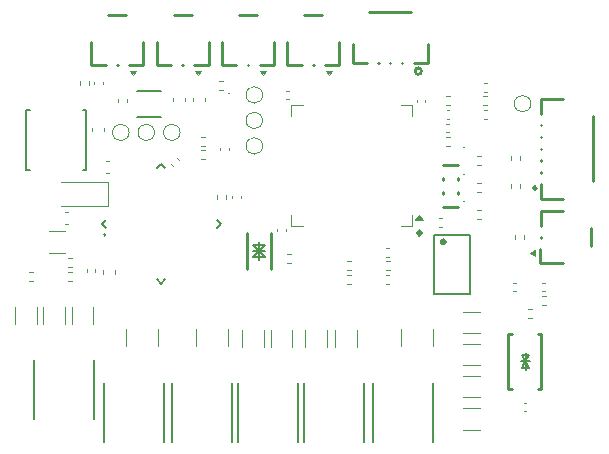
<source format=gbr>
%TF.GenerationSoftware,KiCad,Pcbnew,9.0.1*%
%TF.CreationDate,2025-04-08T03:51:10+08:00*%
%TF.ProjectId,CawDrive,43617744-7269-4766-952e-6b696361645f,rev?*%
%TF.SameCoordinates,Original*%
%TF.FileFunction,Legend,Top*%
%TF.FilePolarity,Positive*%
%FSLAX46Y46*%
G04 Gerber Fmt 4.6, Leading zero omitted, Abs format (unit mm)*
G04 Created by KiCad (PCBNEW 9.0.1) date 2025-04-08 03:51:10*
%MOMM*%
%LPD*%
G01*
G04 APERTURE LIST*
%ADD10C,0.120000*%
%ADD11C,0.100000*%
%ADD12C,0.254000*%
%ADD13C,0.127000*%
%ADD14C,0.150000*%
%ADD15C,0.152000*%
%ADD16C,0.300000*%
G04 APERTURE END LIST*
D10*
%TO.C,R17*%
X137415000Y-84241621D02*
X137415000Y-83906379D01*
X138175000Y-84241621D02*
X138175000Y-83906379D01*
%TO.C,C16*%
X126871000Y-78212733D02*
X126871000Y-78505267D01*
X127891000Y-78212733D02*
X127891000Y-78505267D01*
%TO.C,C13*%
X152007835Y-90699000D02*
X151776165Y-90699000D01*
X152007835Y-91419000D02*
X151776165Y-91419000D01*
D11*
%TO.C,D4*%
X138480000Y-75316000D02*
G75*
G02*
X138380000Y-75316000I-50000J0D01*
G01*
X138380000Y-75316000D02*
G75*
G02*
X138480000Y-75316000I50000J0D01*
G01*
D10*
%TO.C,TP4*%
X134304000Y-78613000D02*
G75*
G02*
X132904000Y-78613000I-700000J0D01*
G01*
X132904000Y-78613000D02*
G75*
G02*
X134304000Y-78613000I700000J0D01*
G01*
%TO.C,R1*%
X125858000Y-74589621D02*
X125858000Y-74254379D01*
X126618000Y-74589621D02*
X126618000Y-74254379D01*
%TO.C,C38*%
X158288748Y-101960000D02*
X159711252Y-101960000D01*
X158288748Y-103780000D02*
X159711252Y-103780000D01*
D12*
%TO.C,U6*%
X126800000Y-72898000D02*
X126800000Y-70979000D01*
X127019000Y-72898000D02*
X126981000Y-72898000D01*
X128019000Y-72898000D02*
X126800000Y-72898000D01*
X128019000Y-72898000D02*
X127981000Y-72898000D01*
X128231000Y-68647000D02*
X129769000Y-68647000D01*
X129019000Y-72898000D02*
X128981000Y-72898000D01*
X129980000Y-72947000D02*
X131200000Y-72947000D01*
X131200000Y-72947000D02*
X131200000Y-70978000D01*
D10*
X130310000Y-73787000D02*
X130056000Y-73406000D01*
X130564000Y-73406000D01*
X130310000Y-73787000D01*
G36*
X130310000Y-73787000D02*
G01*
X130056000Y-73406000D01*
X130564000Y-73406000D01*
X130310000Y-73787000D01*
G37*
%TO.C,R2*%
X162307000Y-80939621D02*
X162307000Y-80604379D01*
X163067000Y-80939621D02*
X163067000Y-80604379D01*
D13*
%TO.C,Q7*%
X121910000Y-102874000D02*
X121910000Y-97874000D01*
X127010000Y-102874000D02*
X127010000Y-97874000D01*
D10*
%TO.C,R26*%
X162688000Y-87670621D02*
X162688000Y-87335379D01*
X163448000Y-87670621D02*
X163448000Y-87335379D01*
%TO.C,C9*%
X160262835Y-74443000D02*
X160031165Y-74443000D01*
X160262835Y-75163000D02*
X160031165Y-75163000D01*
%TO.C,R9*%
X159471379Y-80646000D02*
X159806621Y-80646000D01*
X159471379Y-81406000D02*
X159806621Y-81406000D01*
%TO.C,R18*%
X129709000Y-96735737D02*
X129709000Y-95288263D01*
X132419000Y-96735737D02*
X132419000Y-95288263D01*
D13*
%TO.C,U2*%
X132690000Y-75070000D02*
X130690000Y-75070000D01*
X132690000Y-77330000D02*
X130690000Y-77330000D01*
D10*
%TO.C,R8*%
X164124621Y-93600000D02*
X163789379Y-93600000D01*
X164124621Y-94360000D02*
X163789379Y-94360000D01*
D12*
%TO.C,U5*%
X164800000Y-88480000D02*
X164800000Y-89700000D01*
X164800000Y-89700000D02*
X166769000Y-89700000D01*
X164849000Y-85300000D02*
X166768000Y-85300000D01*
X164849000Y-85519000D02*
X164849000Y-85481000D01*
X164849000Y-86519000D02*
X164849000Y-85300000D01*
X164849000Y-86519000D02*
X164849000Y-86481000D01*
X164849000Y-87519000D02*
X164849000Y-87481000D01*
X169100000Y-86731000D02*
X169100000Y-88269000D01*
D10*
X164341000Y-89064000D02*
X163960000Y-88810000D01*
X164341000Y-88556000D01*
X164341000Y-89064000D01*
G36*
X164341000Y-89064000D02*
G01*
X163960000Y-88810000D01*
X164341000Y-88556000D01*
X164341000Y-89064000D01*
G37*
%TO.C,C2*%
X156221165Y-85873000D02*
X156452835Y-85873000D01*
X156221165Y-86593000D02*
X156452835Y-86593000D01*
%TO.C,L1*%
X157072200Y-76729000D02*
X156871800Y-76729000D01*
X157072200Y-77449000D02*
X156871800Y-77449000D01*
%TO.C,TP2*%
X141289000Y-77597000D02*
G75*
G02*
X139889000Y-77597000I-700000J0D01*
G01*
X139889000Y-77597000D02*
G75*
G02*
X141289000Y-77597000I700000J0D01*
G01*
%TO.C,C22*%
X120349600Y-94818252D02*
X120349600Y-93395748D01*
X122169600Y-94818252D02*
X122169600Y-93395748D01*
%TO.C,C7*%
X129053000Y-76023335D02*
X129053000Y-75791665D01*
X129773000Y-76023335D02*
X129773000Y-75791665D01*
D13*
%TO.C,Q12*%
X150612000Y-99862000D02*
X150612000Y-104862000D01*
X155712000Y-99862000D02*
X155712000Y-104862000D01*
%TO.C,Q9*%
X139200000Y-104862000D02*
X139200000Y-99862000D01*
X144300000Y-104862000D02*
X144300000Y-99862000D01*
D10*
%TO.C,C23*%
X139552000Y-96741252D02*
X139552000Y-95318748D01*
X141372000Y-96741252D02*
X141372000Y-95318748D01*
%TO.C,C10*%
X163615835Y-101494000D02*
X163384165Y-101494000D01*
X163615835Y-102214000D02*
X163384165Y-102214000D01*
%TO.C,C19*%
X164984165Y-91334000D02*
X165215835Y-91334000D01*
X164984165Y-92054000D02*
X165215835Y-92054000D01*
D12*
%TO.C,U11*%
X132328750Y-72898000D02*
X132328750Y-70979000D01*
X132547750Y-72898000D02*
X132509750Y-72898000D01*
X133547750Y-72898000D02*
X132328750Y-72898000D01*
X133547750Y-72898000D02*
X133509750Y-72898000D01*
X133759750Y-68647000D02*
X135297750Y-68647000D01*
X134547750Y-72898000D02*
X134509750Y-72898000D01*
X135508750Y-72947000D02*
X136728750Y-72947000D01*
X136728750Y-72947000D02*
X136728750Y-70978000D01*
D10*
X135838750Y-73787000D02*
X135584750Y-73406000D01*
X136092750Y-73406000D01*
X135838750Y-73787000D01*
G36*
X135838750Y-73787000D02*
G01*
X135584750Y-73406000D01*
X136092750Y-73406000D01*
X135838750Y-73787000D01*
G37*
%TO.C,TP5*%
X132145000Y-78613000D02*
G75*
G02*
X130745000Y-78613000I-700000J0D01*
G01*
X130745000Y-78613000D02*
G75*
G02*
X132145000Y-78613000I700000J0D01*
G01*
%TO.C,C20*%
X125124800Y-94818252D02*
X125124800Y-93395748D01*
X126944800Y-94818252D02*
X126944800Y-93395748D01*
%TO.C,D3*%
X128217000Y-82820000D02*
X124207000Y-82820000D01*
X128217000Y-84820000D02*
X124207000Y-84820000D01*
X128217000Y-84820000D02*
X128217000Y-82820000D01*
D12*
%TO.C,CN3*%
X148915000Y-72724000D02*
X148915000Y-71155000D01*
X150109000Y-72724000D02*
X148915000Y-72724000D01*
X151071000Y-72724000D02*
X151109000Y-72724000D01*
X152071000Y-72724000D02*
X152109000Y-72724000D01*
X153071000Y-72724000D02*
X153109000Y-72724000D01*
X153859000Y-68424000D02*
X150321000Y-68424000D01*
X154071000Y-72724000D02*
X155265000Y-72724000D01*
X155265000Y-72724000D02*
X155265000Y-71155000D01*
X154747000Y-73424000D02*
G75*
G02*
X154203000Y-73424000I-272000J0D01*
G01*
X154203000Y-73424000D02*
G75*
G02*
X154747000Y-73424000I272000J0D01*
G01*
D10*
%TO.C,R23*%
X152059621Y-89536000D02*
X151724379Y-89536000D01*
X152059621Y-90296000D02*
X151724379Y-90296000D01*
%TO.C,C25*%
X144886000Y-96741252D02*
X144886000Y-95318748D01*
X146706000Y-96741252D02*
X146706000Y-95318748D01*
%TO.C,R20*%
X136438621Y-78995000D02*
X136103379Y-78995000D01*
X136438621Y-79755000D02*
X136103379Y-79755000D01*
%TO.C,R5*%
X148757621Y-89536000D02*
X148422379Y-89536000D01*
X148757621Y-90296000D02*
X148422379Y-90296000D01*
%TO.C,C11*%
X156856165Y-77872000D02*
X157087835Y-77872000D01*
X156856165Y-78592000D02*
X157087835Y-78592000D01*
D12*
%TO.C,D5*%
X139970000Y-90146000D02*
X139970000Y-87146000D01*
D14*
X140462000Y-88646000D02*
X141478000Y-88646000D01*
X140462000Y-89154000D02*
X141478000Y-89154000D01*
X140970000Y-88646000D02*
X140462000Y-88138000D01*
X140970000Y-88646000D02*
X140462000Y-89154000D01*
X140970000Y-88646000D02*
X141478000Y-88138000D01*
X140970000Y-88646000D02*
X141478000Y-89154000D01*
X140970000Y-89408000D02*
X140970000Y-87884000D01*
X141224000Y-88646000D02*
X140716000Y-88646000D01*
X141478000Y-88138000D02*
X140462000Y-88138000D01*
D12*
X141970000Y-90146000D02*
X141970000Y-87146000D01*
D10*
%TO.C,C17*%
X162725835Y-91330000D02*
X162494165Y-91330000D01*
X162725835Y-92050000D02*
X162494165Y-92050000D01*
%TO.C,TP1*%
X141289000Y-75438000D02*
G75*
G02*
X139889000Y-75438000I-700000J0D01*
G01*
X139889000Y-75438000D02*
G75*
G02*
X141289000Y-75438000I700000J0D01*
G01*
%TO.C,C30*%
X124595252Y-86974000D02*
X123172748Y-86974000D01*
X124595252Y-88794000D02*
X123172748Y-88794000D01*
D12*
%TO.C,TV1*%
X162100000Y-95700000D02*
X162368900Y-95700000D01*
X162100000Y-100300000D02*
X162100000Y-95700000D01*
X162100000Y-100300000D02*
X162368900Y-100300000D01*
D13*
X163250000Y-97430000D02*
X163549000Y-98002000D01*
X163250000Y-97430000D02*
X163850000Y-97430000D01*
X163260000Y-98590000D02*
X163549000Y-98002000D01*
X163260000Y-98590000D02*
X163860000Y-98590000D01*
X163549000Y-98002000D02*
X163168000Y-98002000D01*
X163549000Y-98002000D02*
X163930000Y-98002000D01*
X163560000Y-98760000D02*
X163560000Y-97270000D01*
X163850000Y-97460000D02*
X163549000Y-98002000D01*
X163860000Y-98530000D02*
X163549000Y-98002000D01*
D12*
X164631100Y-95700000D02*
X164900000Y-95700000D01*
X164631100Y-100300000D02*
X164900000Y-100300000D01*
X164900000Y-100300000D02*
X164900000Y-95700000D01*
D10*
%TO.C,R24*%
X156804379Y-78995000D02*
X157139621Y-78995000D01*
X156804379Y-79755000D02*
X157139621Y-79755000D01*
%TO.C,R7*%
X137962621Y-74296000D02*
X137627379Y-74296000D01*
X137962621Y-75056000D02*
X137627379Y-75056000D01*
D12*
%TO.C,X1*%
X156550000Y-82669000D02*
X156550000Y-82432000D01*
X156550000Y-83868000D02*
X156550000Y-83631000D01*
X156565000Y-84903000D02*
X157865000Y-84903000D01*
X157835000Y-81397000D02*
X156535000Y-81397000D01*
X157850000Y-82669000D02*
X157850000Y-82432000D01*
X157850000Y-83868000D02*
X157850000Y-83631000D01*
D10*
%TO.C,C36*%
X158288748Y-96513333D02*
X159711252Y-96513333D01*
X158288748Y-98333333D02*
X159711252Y-98333333D01*
%TO.C,R10*%
X160314621Y-75566000D02*
X159979379Y-75566000D01*
X160314621Y-76326000D02*
X159979379Y-76326000D01*
%TO.C,C33*%
X124860267Y-85342000D02*
X124567733Y-85342000D01*
X124860267Y-86362000D02*
X124567733Y-86362000D01*
%TO.C,C31*%
X133521534Y-81325651D02*
X133685349Y-81489466D01*
X134030651Y-80816534D02*
X134194466Y-80980349D01*
%TO.C,R4*%
X121498379Y-90425000D02*
X121833621Y-90425000D01*
X121498379Y-91185000D02*
X121833621Y-91185000D01*
%TO.C,R12*%
X165267621Y-92457000D02*
X164932379Y-92457000D01*
X165267621Y-93217000D02*
X164932379Y-93217000D01*
%TO.C,TP7*%
X164010000Y-76180000D02*
G75*
G02*
X162610000Y-76180000I-700000J0D01*
G01*
X162610000Y-76180000D02*
G75*
G02*
X164010000Y-76180000I700000J0D01*
G01*
%TO.C,C35*%
X135380000Y-75965267D02*
X135380000Y-75672733D01*
X136400000Y-75965267D02*
X136400000Y-75672733D01*
%TO.C,C14*%
X160031165Y-76729000D02*
X160262835Y-76729000D01*
X160031165Y-77449000D02*
X160262835Y-77449000D01*
D11*
%TO.C,D6*%
X158424000Y-84455000D02*
G75*
G02*
X158324000Y-84455000I-50000J0D01*
G01*
X158324000Y-84455000D02*
G75*
G02*
X158424000Y-84455000I50000J0D01*
G01*
D10*
%TO.C,C15*%
X128289267Y-81024000D02*
X127996733Y-81024000D01*
X128289267Y-82044000D02*
X127996733Y-82044000D01*
%TO.C,C26*%
X147426000Y-96741252D02*
X147426000Y-95318748D01*
X149246000Y-96741252D02*
X149246000Y-95318748D01*
%TO.C,R16*%
X143342379Y-88901000D02*
X143677621Y-88901000D01*
X143342379Y-89661000D02*
X143677621Y-89661000D01*
D13*
%TO.C,Q8*%
X127879000Y-99818000D02*
X127879000Y-104818000D01*
X132979000Y-99818000D02*
X132979000Y-104818000D01*
D12*
%TO.C,U12*%
X137857500Y-72898000D02*
X137857500Y-70979000D01*
X138076500Y-72898000D02*
X138038500Y-72898000D01*
X139076500Y-72898000D02*
X137857500Y-72898000D01*
X139076500Y-72898000D02*
X139038500Y-72898000D01*
X139288500Y-68647000D02*
X140826500Y-68647000D01*
X140076500Y-72898000D02*
X140038500Y-72898000D01*
X141037500Y-72947000D02*
X142257500Y-72947000D01*
X142257500Y-72947000D02*
X142257500Y-70978000D01*
D10*
X141367500Y-73787000D02*
X141113500Y-73406000D01*
X141621500Y-73406000D01*
X141367500Y-73787000D01*
G36*
X141367500Y-73787000D02*
G01*
X141113500Y-73406000D01*
X141621500Y-73406000D01*
X141367500Y-73787000D01*
G37*
%TO.C,TP6*%
X129986000Y-78613000D02*
G75*
G02*
X128586000Y-78613000I-700000J0D01*
G01*
X128586000Y-78613000D02*
G75*
G02*
X129986000Y-78613000I700000J0D01*
G01*
%TO.C,R3*%
X162307000Y-83352621D02*
X162307000Y-83017379D01*
X163067000Y-83352621D02*
X163067000Y-83017379D01*
%TO.C,C6*%
X152007835Y-88413000D02*
X151776165Y-88413000D01*
X152007835Y-89133000D02*
X151776165Y-89133000D01*
%TO.C,R22*%
X152977000Y-96723737D02*
X152977000Y-95276263D01*
X155687000Y-96723737D02*
X155687000Y-95276263D01*
%TO.C,C37*%
X158288748Y-99236667D02*
X159711252Y-99236667D01*
X158288748Y-101056667D02*
X159711252Y-101056667D01*
%TO.C,R19*%
X135645000Y-96723737D02*
X135645000Y-95276263D01*
X138355000Y-96723737D02*
X138355000Y-95276263D01*
%TO.C,C34*%
X133729000Y-75965267D02*
X133729000Y-75672733D01*
X134749000Y-75965267D02*
X134749000Y-75672733D01*
D13*
%TO.C,Q10*%
X133594000Y-99818000D02*
X133594000Y-104818000D01*
X138694000Y-99818000D02*
X138694000Y-104818000D01*
D10*
%TO.C,C29*%
X158288748Y-93790000D02*
X159711252Y-93790000D01*
X158288748Y-95610000D02*
X159711252Y-95610000D01*
D11*
%TO.C,D1*%
X158424000Y-79883000D02*
G75*
G02*
X158324000Y-79883000I-50000J0D01*
G01*
X158324000Y-79883000D02*
G75*
G02*
X158424000Y-79883000I50000J0D01*
G01*
%TO.C,D2*%
X158424000Y-82169000D02*
G75*
G02*
X158324000Y-82169000I-50000J0D01*
G01*
X158324000Y-82169000D02*
G75*
G02*
X158424000Y-82169000I50000J0D01*
G01*
D10*
%TO.C,TP3*%
X141289000Y-79756000D02*
G75*
G02*
X139889000Y-79756000I-700000J0D01*
G01*
X139889000Y-79756000D02*
G75*
G02*
X141289000Y-79756000I700000J0D01*
G01*
%TO.C,R14*%
X125135621Y-90425000D02*
X124800379Y-90425000D01*
X125135621Y-91185000D02*
X124800379Y-91185000D01*
%TO.C,R6*%
X148757621Y-90679000D02*
X148422379Y-90679000D01*
X148757621Y-91439000D02*
X148422379Y-91439000D01*
%TO.C,C24*%
X141965000Y-96741252D02*
X141965000Y-95318748D01*
X143785000Y-96741252D02*
X143785000Y-95318748D01*
D12*
%TO.C,U10*%
X143386250Y-72898000D02*
X143386250Y-70979000D01*
X143605250Y-72898000D02*
X143567250Y-72898000D01*
X144605250Y-72898000D02*
X143386250Y-72898000D01*
X144605250Y-72898000D02*
X144567250Y-72898000D01*
X144817250Y-68647000D02*
X146355250Y-68647000D01*
X145605250Y-72898000D02*
X145567250Y-72898000D01*
X146566250Y-72947000D02*
X147786250Y-72947000D01*
X147786250Y-72947000D02*
X147786250Y-70978000D01*
D10*
X146896250Y-73787000D02*
X146642250Y-73406000D01*
X147150250Y-73406000D01*
X146896250Y-73787000D01*
G36*
X146896250Y-73787000D02*
G01*
X146642250Y-73406000D01*
X147150250Y-73406000D01*
X146896250Y-73787000D01*
G37*
%TO.C,R15*%
X159471379Y-85218000D02*
X159806621Y-85218000D01*
X159471379Y-85978000D02*
X159806621Y-85978000D01*
D15*
%TO.C,U7*%
X127657772Y-86360000D02*
X128008497Y-86710725D01*
X128008497Y-86009275D02*
X127657772Y-86360000D01*
X132364275Y-81653497D02*
X132715000Y-81302772D01*
X132715000Y-81302772D02*
X133065725Y-81653497D01*
X132715000Y-91417228D02*
X132364275Y-91066503D01*
X133065725Y-91066503D02*
X132715000Y-91417228D01*
X137421503Y-86710725D02*
X137772228Y-86360000D01*
X137772228Y-86360000D02*
X137421503Y-86009275D01*
D14*
X127988745Y-87272168D02*
G75*
G02*
X127838745Y-87272168I-75000J0D01*
G01*
X127838745Y-87272168D02*
G75*
G02*
X127988745Y-87272168I75000J0D01*
G01*
D10*
%TO.C,C1*%
X127021000Y-74306165D02*
X127021000Y-74537835D01*
X127741000Y-74306165D02*
X127741000Y-74537835D01*
%TO.C,R13*%
X124800379Y-89282000D02*
X125135621Y-89282000D01*
X124800379Y-90042000D02*
X125135621Y-90042000D01*
D12*
%TO.C,CN2*%
X164849000Y-75777000D02*
X166720000Y-75777000D01*
X164849000Y-77019000D02*
X164849000Y-75777000D01*
X164849000Y-78019000D02*
X164849000Y-77981000D01*
X164849000Y-79019000D02*
X164849000Y-78981000D01*
X164849000Y-80019000D02*
X164849000Y-79981000D01*
X164849000Y-81019000D02*
X164849000Y-80981000D01*
X164849000Y-82019000D02*
X164849000Y-81981000D01*
X164849000Y-84223000D02*
X164849000Y-82981000D01*
X164849000Y-84223000D02*
X166720000Y-84223000D01*
X169294000Y-77231000D02*
X169294000Y-82769000D01*
X164468000Y-83334000D02*
G75*
G02*
X164214000Y-83334000I-127000J0D01*
G01*
X164214000Y-83334000D02*
G75*
G02*
X164468000Y-83334000I127000J0D01*
G01*
X164468000Y-83334000D02*
G75*
G02*
X164214000Y-83334000I-127000J0D01*
G01*
X164214000Y-83334000D02*
G75*
G02*
X164468000Y-83334000I127000J0D01*
G01*
D10*
%TO.C,C32*%
X138705000Y-84189835D02*
X138705000Y-83958165D01*
X139425000Y-84189835D02*
X139425000Y-83958165D01*
D15*
%TO.C,U1*%
X155832000Y-87263000D02*
X158874000Y-87263000D01*
X155832000Y-92315000D02*
X155832000Y-87263000D01*
X158874000Y-87263000D02*
X158874000Y-92315000D01*
X158874000Y-92315000D02*
X155832000Y-92315000D01*
D16*
X154732000Y-87137000D02*
G75*
G02*
X154430000Y-87137000I-151000J0D01*
G01*
X154430000Y-87137000D02*
G75*
G02*
X154732000Y-87137000I151000J0D01*
G01*
X156734000Y-87884000D02*
G75*
G02*
X156434000Y-87884000I-150000J0D01*
G01*
X156434000Y-87884000D02*
G75*
G02*
X156734000Y-87884000I150000J0D01*
G01*
D10*
%TO.C,C12*%
X137689000Y-79894165D02*
X137689000Y-80125835D01*
X138409000Y-79894165D02*
X138409000Y-80125835D01*
%TO.C,C3*%
X154326000Y-76061835D02*
X154326000Y-75830165D01*
X155046000Y-76061835D02*
X155046000Y-75830165D01*
%TO.C,C21*%
X122737200Y-94818252D02*
X122737200Y-93395748D01*
X124557200Y-94818252D02*
X124557200Y-93395748D01*
%TO.C,C28*%
X127740000Y-90570267D02*
X127740000Y-90277733D01*
X128760000Y-90570267D02*
X128760000Y-90277733D01*
%TO.C,R11*%
X159471379Y-82932000D02*
X159806621Y-82932000D01*
X159471379Y-83692000D02*
X159806621Y-83692000D01*
D15*
%TO.C,L2*%
X121299000Y-76722000D02*
X121299000Y-81774000D01*
X121299000Y-81774000D02*
X121563000Y-81774000D01*
X121563000Y-76722000D02*
X121299000Y-76722000D01*
X126087000Y-76722000D02*
X126351000Y-76722000D01*
X126351000Y-76722000D02*
X126351000Y-81774000D01*
X126351000Y-81774000D02*
X126087000Y-81774000D01*
D10*
%TO.C,R25*%
X156804379Y-75566000D02*
X157139621Y-75566000D01*
X156804379Y-76326000D02*
X157139621Y-76326000D01*
%TO.C,R21*%
X136103379Y-80138000D02*
X136438621Y-80138000D01*
X136103379Y-80898000D02*
X136438621Y-80898000D01*
%TO.C,C4*%
X143498835Y-75078000D02*
X143267165Y-75078000D01*
X143498835Y-75798000D02*
X143267165Y-75798000D01*
D13*
%TO.C,Q11*%
X144770000Y-104862000D02*
X144770000Y-99862000D01*
X149870000Y-104862000D02*
X149870000Y-99862000D01*
D10*
%TO.C,C5*%
X142515000Y-86752165D02*
X142515000Y-86983835D01*
X143235000Y-86752165D02*
X143235000Y-86983835D01*
%TO.C,C27*%
X126390000Y-90181165D02*
X126390000Y-90412835D01*
X127110000Y-90181165D02*
X127110000Y-90412835D01*
%TO.C,U8*%
X143734000Y-76297000D02*
X143734000Y-77247000D01*
X143734000Y-86517000D02*
X143734000Y-85567000D01*
X144684000Y-76297000D02*
X143734000Y-76297000D01*
X144684000Y-86517000D02*
X143734000Y-86517000D01*
X153004000Y-76297000D02*
X153954000Y-76297000D01*
X153004000Y-86517000D02*
X153954000Y-86517000D01*
X153954000Y-76297000D02*
X153954000Y-77247000D01*
X153954000Y-86517000D02*
X153954000Y-85567000D01*
X154909000Y-86037000D02*
X154229000Y-86037000D01*
X154569000Y-85567000D01*
X154909000Y-86037000D01*
G36*
X154909000Y-86037000D02*
G01*
X154229000Y-86037000D01*
X154569000Y-85567000D01*
X154909000Y-86037000D01*
G37*
%TD*%
M02*

</source>
